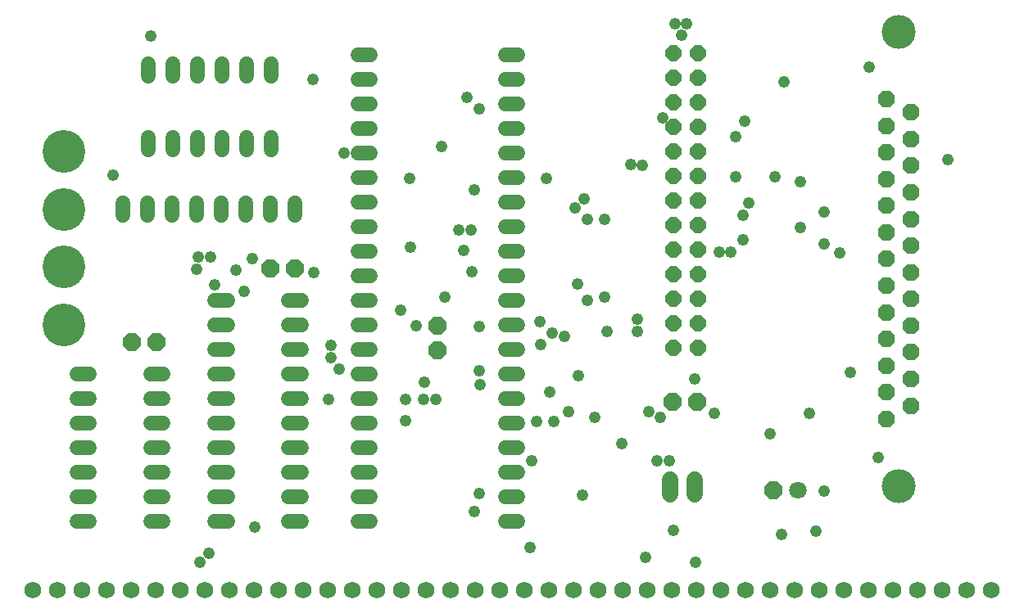
<source format=gts>
G75*
%MOIN*%
%OFA0B0*%
%FSLAX25Y25*%
%IPPOS*%
%LPD*%
%AMOC8*
5,1,8,0,0,1.08239X$1,22.5*
%
%ADD10OC8,0.07100*%
%ADD11C,0.06800*%
%ADD12C,0.06000*%
%ADD13C,0.06800*%
%ADD14OC8,0.06400*%
%ADD15C,0.07100*%
%ADD16OC8,0.06800*%
%ADD17C,0.13800*%
%ADD18C,0.17398*%
%ADD19C,0.04800*%
D10*
X0174050Y0110153D03*
X0174050Y0120153D03*
X0115901Y0143420D03*
X0105901Y0143420D03*
X0059602Y0113263D03*
X0049602Y0113263D03*
X0269641Y0089011D03*
X0279641Y0089011D03*
X0310586Y0053184D03*
D11*
X0009208Y0012436D03*
X0019208Y0012436D03*
X0029208Y0012436D03*
X0039208Y0012436D03*
X0049208Y0012436D03*
X0059208Y0012436D03*
X0069208Y0012436D03*
X0079208Y0012436D03*
X0089208Y0012436D03*
X0099208Y0012436D03*
X0109208Y0012436D03*
X0119208Y0012436D03*
X0129208Y0012436D03*
X0139208Y0012436D03*
X0149208Y0012436D03*
X0159208Y0012436D03*
X0169208Y0012436D03*
X0179208Y0012436D03*
X0189208Y0012436D03*
X0199208Y0012436D03*
X0209208Y0012436D03*
X0219208Y0012436D03*
X0229208Y0012436D03*
X0239208Y0012436D03*
X0249208Y0012436D03*
X0259208Y0012436D03*
X0269208Y0012436D03*
X0279208Y0012436D03*
X0289208Y0012436D03*
X0299208Y0012436D03*
X0309208Y0012436D03*
X0319208Y0012436D03*
X0329208Y0012436D03*
X0339208Y0012436D03*
X0349208Y0012436D03*
X0359208Y0012436D03*
X0369208Y0012436D03*
X0379208Y0012436D03*
X0389208Y0012436D03*
X0399208Y0012436D03*
D12*
X0206650Y0040468D02*
X0201450Y0040468D01*
X0201450Y0050468D02*
X0206650Y0050468D01*
X0206650Y0060468D02*
X0201450Y0060468D01*
X0201450Y0070468D02*
X0206650Y0070468D01*
X0206650Y0080468D02*
X0201450Y0080468D01*
X0201450Y0090468D02*
X0206650Y0090468D01*
X0206650Y0100468D02*
X0201450Y0100468D01*
X0201450Y0110468D02*
X0206650Y0110468D01*
X0206650Y0120468D02*
X0201450Y0120468D01*
X0201450Y0130468D02*
X0206650Y0130468D01*
X0206650Y0140468D02*
X0201450Y0140468D01*
X0201450Y0150468D02*
X0206650Y0150468D01*
X0206650Y0160468D02*
X0201450Y0160468D01*
X0201450Y0170468D02*
X0206650Y0170468D01*
X0206650Y0180468D02*
X0201450Y0180468D01*
X0201450Y0190468D02*
X0206650Y0190468D01*
X0206650Y0200468D02*
X0201450Y0200468D01*
X0201450Y0210468D02*
X0206650Y0210468D01*
X0206650Y0220468D02*
X0201450Y0220468D01*
X0201450Y0230468D02*
X0206650Y0230468D01*
X0146650Y0230468D02*
X0141450Y0230468D01*
X0141450Y0220468D02*
X0146650Y0220468D01*
X0146650Y0210468D02*
X0141450Y0210468D01*
X0141450Y0200468D02*
X0146650Y0200468D01*
X0146650Y0190468D02*
X0141450Y0190468D01*
X0141450Y0180468D02*
X0146650Y0180468D01*
X0146650Y0170468D02*
X0141450Y0170468D01*
X0141450Y0160468D02*
X0146650Y0160468D01*
X0146650Y0150468D02*
X0141450Y0150468D01*
X0141450Y0140468D02*
X0146650Y0140468D01*
X0146650Y0130468D02*
X0141450Y0130468D01*
X0141450Y0120468D02*
X0146650Y0120468D01*
X0146650Y0110468D02*
X0141450Y0110468D01*
X0141450Y0100468D02*
X0146650Y0100468D01*
X0146650Y0090468D02*
X0141450Y0090468D01*
X0141450Y0080468D02*
X0146650Y0080468D01*
X0146650Y0070468D02*
X0141450Y0070468D01*
X0141450Y0060468D02*
X0146650Y0060468D01*
X0146650Y0050468D02*
X0141450Y0050468D01*
X0141450Y0040468D02*
X0146650Y0040468D01*
X0118422Y0040468D02*
X0113222Y0040468D01*
X0113222Y0050468D02*
X0118422Y0050468D01*
X0118422Y0060468D02*
X0113222Y0060468D01*
X0113222Y0070468D02*
X0118422Y0070468D01*
X0118422Y0080468D02*
X0113222Y0080468D01*
X0113222Y0090468D02*
X0118422Y0090468D01*
X0118422Y0100468D02*
X0113222Y0100468D01*
X0113222Y0110468D02*
X0118422Y0110468D01*
X0118422Y0120468D02*
X0113222Y0120468D01*
X0113222Y0130468D02*
X0118422Y0130468D01*
X0088422Y0130468D02*
X0083222Y0130468D01*
X0083222Y0120468D02*
X0088422Y0120468D01*
X0088422Y0110468D02*
X0083222Y0110468D01*
X0083222Y0100468D02*
X0088422Y0100468D01*
X0088422Y0090468D02*
X0083222Y0090468D01*
X0083222Y0080468D02*
X0088422Y0080468D01*
X0088422Y0070468D02*
X0083222Y0070468D01*
X0083222Y0060468D02*
X0088422Y0060468D01*
X0088422Y0050468D02*
X0083222Y0050468D01*
X0083222Y0040468D02*
X0088422Y0040468D01*
X0062320Y0040507D02*
X0057120Y0040507D01*
X0057120Y0050507D02*
X0062320Y0050507D01*
X0062320Y0060507D02*
X0057120Y0060507D01*
X0057120Y0070507D02*
X0062320Y0070507D01*
X0062320Y0080507D02*
X0057120Y0080507D01*
X0057120Y0090507D02*
X0062320Y0090507D01*
X0062320Y0100507D02*
X0057120Y0100507D01*
X0032320Y0100507D02*
X0027120Y0100507D01*
X0027120Y0090507D02*
X0032320Y0090507D01*
X0032320Y0080507D02*
X0027120Y0080507D01*
X0027120Y0070507D02*
X0032320Y0070507D01*
X0032320Y0060507D02*
X0027120Y0060507D01*
X0027120Y0050507D02*
X0032320Y0050507D01*
X0032320Y0040507D02*
X0027120Y0040507D01*
X0045743Y0164954D02*
X0045743Y0170154D01*
X0055743Y0170154D02*
X0055743Y0164954D01*
X0065743Y0164954D02*
X0065743Y0170154D01*
X0075743Y0170154D02*
X0075743Y0164954D01*
X0085743Y0164954D02*
X0085743Y0170154D01*
X0095743Y0170154D02*
X0095743Y0164954D01*
X0105743Y0164954D02*
X0105743Y0170154D01*
X0115743Y0170154D02*
X0115743Y0164954D01*
X0106334Y0191687D02*
X0106334Y0196887D01*
X0096334Y0196887D02*
X0096334Y0191687D01*
X0086334Y0191687D02*
X0086334Y0196887D01*
X0076334Y0196887D02*
X0076334Y0191687D01*
X0066334Y0191687D02*
X0066334Y0196887D01*
X0056334Y0196887D02*
X0056334Y0191687D01*
X0056334Y0221687D02*
X0056334Y0226887D01*
X0066334Y0226887D02*
X0066334Y0221687D01*
X0076334Y0221687D02*
X0076334Y0226887D01*
X0086334Y0226887D02*
X0086334Y0221687D01*
X0096334Y0221687D02*
X0096334Y0226887D01*
X0106334Y0226887D02*
X0106334Y0221687D01*
D13*
X0268657Y0057365D02*
X0268657Y0051365D01*
X0278657Y0051365D02*
X0278657Y0057365D01*
D14*
X0279759Y0111019D03*
X0269759Y0111019D03*
X0269759Y0121019D03*
X0279759Y0121019D03*
X0279759Y0131019D03*
X0269759Y0131019D03*
X0269759Y0141019D03*
X0279759Y0141019D03*
X0279759Y0151019D03*
X0269759Y0151019D03*
X0269759Y0161019D03*
X0279759Y0161019D03*
X0279759Y0171019D03*
X0269759Y0171019D03*
X0269759Y0181019D03*
X0279759Y0181019D03*
X0279759Y0191019D03*
X0269759Y0191019D03*
X0269759Y0201019D03*
X0279759Y0201019D03*
X0279759Y0211019D03*
X0269759Y0211019D03*
X0269759Y0221019D03*
X0279759Y0221019D03*
X0279759Y0231019D03*
X0269759Y0231019D03*
D15*
X0320586Y0053184D03*
D16*
X0356452Y0082079D03*
X0366452Y0087479D03*
X0356452Y0092979D03*
X0366452Y0098379D03*
X0356452Y0103779D03*
X0366452Y0109279D03*
X0356452Y0114679D03*
X0366452Y0120079D03*
X0356452Y0125579D03*
X0366452Y0130979D03*
X0356452Y0136379D03*
X0366452Y0141879D03*
X0356452Y0147279D03*
X0366452Y0152679D03*
X0356452Y0158179D03*
X0366452Y0163579D03*
X0356452Y0168979D03*
X0366452Y0174479D03*
X0356452Y0179879D03*
X0366452Y0185279D03*
X0356452Y0190779D03*
X0366452Y0196179D03*
X0356452Y0201579D03*
X0366452Y0207079D03*
X0356452Y0212479D03*
D17*
X0361452Y0239879D03*
X0361452Y0054679D03*
D18*
X0021885Y0120310D03*
X0021885Y0143932D03*
X0021885Y0167554D03*
X0021885Y0191176D03*
D19*
X0041800Y0181300D03*
X0076450Y0148000D03*
X0081400Y0148000D03*
X0076000Y0143050D03*
X0083200Y0136750D03*
X0091750Y0142600D03*
X0098500Y0147550D03*
X0095350Y0134050D03*
X0123700Y0141700D03*
X0158800Y0126400D03*
X0165100Y0120100D03*
X0176800Y0131800D03*
X0188050Y0142150D03*
X0184450Y0150700D03*
X0182650Y0159250D03*
X0187600Y0159250D03*
X0188950Y0175450D03*
X0162400Y0179950D03*
X0175450Y0193000D03*
X0190750Y0208300D03*
X0185800Y0213250D03*
X0218200Y0179950D03*
X0233500Y0171850D03*
X0229900Y0168250D03*
X0234850Y0163300D03*
X0242050Y0163300D03*
X0252400Y0185800D03*
X0257350Y0185350D03*
X0265450Y0204700D03*
X0295150Y0197050D03*
X0298750Y0203350D03*
X0314950Y0219550D03*
X0349600Y0225400D03*
X0381550Y0187600D03*
X0331150Y0166450D03*
X0321700Y0160150D03*
X0331150Y0153400D03*
X0337450Y0149800D03*
X0298300Y0155200D03*
X0293350Y0150250D03*
X0288400Y0150250D03*
X0298300Y0165100D03*
X0300550Y0170050D03*
X0295150Y0180850D03*
X0311350Y0180850D03*
X0321700Y0178600D03*
X0242050Y0131800D03*
X0234850Y0130450D03*
X0230800Y0137200D03*
X0215500Y0121900D03*
X0220450Y0116950D03*
X0225400Y0115600D03*
X0215950Y0112450D03*
X0231250Y0099850D03*
X0219550Y0093100D03*
X0227200Y0085000D03*
X0221350Y0080950D03*
X0214150Y0080950D03*
X0191200Y0096250D03*
X0190750Y0101650D03*
X0173200Y0089950D03*
X0168250Y0089950D03*
X0161050Y0089950D03*
X0161050Y0081400D03*
X0168700Y0097150D03*
X0190750Y0119650D03*
X0242950Y0117850D03*
X0255100Y0117850D03*
X0255100Y0122800D03*
X0278500Y0098500D03*
X0286600Y0084550D03*
X0264550Y0082750D03*
X0260050Y0085000D03*
X0248800Y0071950D03*
X0263200Y0065200D03*
X0268150Y0065200D03*
X0238000Y0082750D03*
X0212350Y0065200D03*
X0233050Y0051250D03*
X0211450Y0029650D03*
X0188950Y0044500D03*
X0190750Y0051700D03*
X0129550Y0089950D03*
X0134050Y0102550D03*
X0130450Y0107050D03*
X0130450Y0112000D03*
X0162850Y0152050D03*
X0135850Y0190300D03*
X0123250Y0220450D03*
X0057100Y0238000D03*
X0270400Y0242950D03*
X0275350Y0242950D03*
X0273100Y0238450D03*
X0341950Y0101200D03*
X0325300Y0084550D03*
X0309100Y0076000D03*
X0331150Y0052600D03*
X0353200Y0066550D03*
X0328000Y0036400D03*
X0314050Y0035050D03*
X0278950Y0023800D03*
X0269950Y0036850D03*
X0258700Y0025600D03*
X0099400Y0038200D03*
X0080950Y0027400D03*
X0077350Y0023800D03*
M02*

</source>
